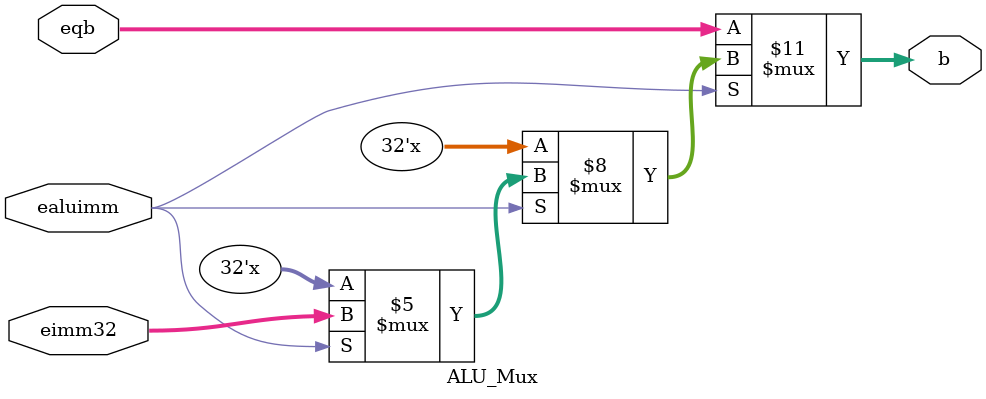
<source format=v>
`timescale 1ns / 1ps
module ALU_Mux(
    input wire [31:0] eqb,
    input wire [31:0] eimm32,
    input wire ealuimm,
    
    output reg [31:0] b

    );
always @(*)
begin
    if (ealuimm == 0) //sets the value of b according to the value of ealuimm
    begin
        b = eqb;
    end
    else if (ealuimm == 1)
    begin
        b = eimm32;
    end
end

endmodule

</source>
